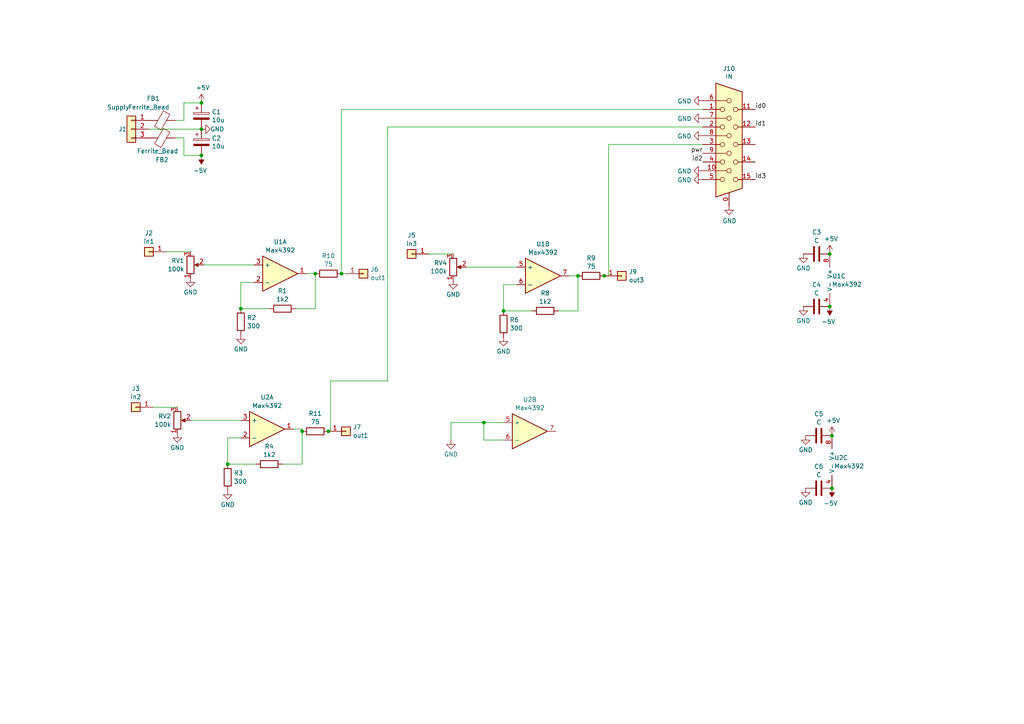
<source format=kicad_sch>
(kicad_sch (version 20250114) (generator "eeschema") (generator_version "9.0")
  (paper "A4")
  (lib_symbols
    (symbol "Connector_Generic:Conn_01x01" (pin_names (offset 1.016) (hide yes))
      (property "Reference" "J" (at 0 2.54 0))
      (property "Value" "Conn_01x01" (at 0 -2.54 0))
      (symbol "Conn_01x01_1_1"
        (rectangle (start -1.27 1.27) (end 1.27 -1.27) (stroke (width 0.254)) (fill (type background)))
        (rectangle (start -1.27 0.127) (end 0 -0.127) (stroke (width 0.1524)))
        (pin passive line (at -5.08 0 0) (length 3.81) (name "Pin_1") (number "1"))
      )
    )
    (symbol "Connector_Generic:Conn_01x03" (pin_names (offset 1.016) (hide yes))
      (property "Reference" "J" (at 0 5.08 0))
      (property "Value" "Conn_01x03" (at 0 -5.08 0))
      (symbol "Conn_01x03_1_1"
        (rectangle (start -1.27 3.81) (end 1.27 -3.81) (stroke (width 0.254)) (fill (type background)))
        (rectangle (start -1.27 2.667) (end 0 2.413) (stroke (width 0.1524)))
        (rectangle (start -1.27 0.127) (end 0 -0.127) (stroke (width 0.1524)))
        (rectangle (start -1.27 -2.413) (end 0 -2.667) (stroke (width 0.1524)))
        (pin passive line (at -5.08 2.54 0) (length 3.81) (name "Pin_1") (number "1"))
        (pin passive line (at -5.08 0 0) (length 3.81) (name "Pin_2") (number "2"))
        (pin passive line (at -5.08 -2.54 0) (length 3.81) (name "Pin_3") (number "3"))
      )
    )
    (symbol "Device:C" (pin_numbers (hide yes)) (pin_names (offset 0.254))
      (property "Reference" "C" (at 0.635 2.54 0))
      (property "Value" "C" (at 0.635 -2.54 0))
      (symbol "C_0_1"
        (polyline (pts (xy -2.032 0.762) (xy 2.032 0.762)) (stroke (width 0.508)))
        (polyline (pts (xy -2.032 -0.762) (xy 2.032 -0.762)) (stroke (width 0.508)))
      )
      (symbol "C_1_1"
        (pin passive line (at 0 3.81 270) (length 2.794) (name "~") (number "1"))
        (pin passive line (at 0 -3.81 90) (length 2.794) (name "~") (number "2"))
      )
    )
    (symbol "Device:CP" (pin_numbers (hide yes)) (pin_names (offset 0.254))
      (property "Reference" "C" (at 0.635 2.54 0))
      (property "Value" "Device_CP" (at 0.635 -2.54 0))
      (symbol "CP_0_1"
        (rectangle (start -2.286 0.508) (end 2.286 1.016))
        (polyline (pts (xy -1.778 2.286) (xy -0.762 2.286)))
        (polyline (pts (xy -1.27 2.794) (xy -1.27 1.778)))
        (rectangle (start 2.286 -0.508) (end -2.286 -1.016) (fill (type outline)))
      )
      (symbol "CP_1_1"
        (pin passive line (at 0 3.81 270) (length 2.794) (name "~") (number "1"))
        (pin passive line (at 0 -3.81 90) (length 2.794) (name "~") (number "2"))
      )
    )
    (symbol "Device:Ferrite_Bead" (pin_numbers (hide yes)) (pin_names (offset 0))
      (property "Reference" "FB" (at -3.81 0.635 90))
      (property "Value" "Device_Ferrite_Bead" (at 3.81 0 90))
      (symbol "Ferrite_Bead_0_1"
        (polyline (pts (xy -2.7686 0.4064) (xy -1.7018 2.2606) (xy 2.7686 -0.3048) (xy 1.6764 -2.159) (xy -2.7686 0.4064)))
        (polyline (pts (xy 0 1.27) (xy 0 1.2954)))
        (polyline (pts (xy 0 -1.27) (xy 0 -1.2192)))
      )
      (symbol "Ferrite_Bead_1_1"
        (pin passive line (at 0 3.81 270) (length 2.54) (name "~") (number "1"))
        (pin passive line (at 0 -3.81 90) (length 2.54) (name "~") (number "2"))
      )
    )
    (symbol "Device:Opamp_Dual"
      (property "Reference" "U" (at 0 5.08 0))
      (property "Value" "Opamp_Dual" (at 0 -5.08 0))
      (symbol "Opamp_Dual_1_1"
        (polyline (pts (xy -5.08 5.08) (xy 5.08 0) (xy -5.08 -5.08) (xy -5.08 5.08)) (stroke (width 0.254)) (fill (type background)))
        (pin input line (at -7.62 2.54 0) (length 2.54) (name "+") (number "3"))
        (pin input line (at -7.62 -2.54 0) (length 2.54) (name "-") (number "2"))
        (pin output line (at 7.62 0 180) (length 2.54) (name "~") (number "1"))
      )
      (symbol "Opamp_Dual_2_1"
        (polyline (pts (xy -5.08 5.08) (xy 5.08 0) (xy -5.08 -5.08) (xy -5.08 5.08)) (stroke (width 0.254)) (fill (type background)))
        (pin input line (at -7.62 2.54 0) (length 2.54) (name "+") (number "5"))
        (pin input line (at -7.62 -2.54 0) (length 2.54) (name "-") (number "6"))
        (pin output line (at 7.62 0 180) (length 2.54) (name "~") (number "7"))
      )
      (symbol "Opamp_Dual_3_1"
        (pin power_in line (at -2.54 7.62 270) (length 3.81) (name "V+") (number "8"))
        (pin power_in line (at -2.54 -7.62 90) (length 3.81) (name "V-") (number "4"))
      )
    )
    (symbol "Device:R" (pin_numbers (hide yes)) (pin_names (offset 0))
      (property "Reference" "R" (at 2.032 0 90))
      (property "Value" "R" (at 0 0 90))
      (symbol "R_0_1"
        (rectangle (start -1.016 -2.54) (end 1.016 2.54) (stroke (width 0.254)))
      )
      (symbol "R_1_1"
        (pin passive line (at 0 3.81 270) (length 1.27) (name "~") (number "1"))
        (pin passive line (at 0 -3.81 90) (length 1.27) (name "~") (number "2"))
      )
    )
    (symbol "Device:R_Potentiometer" (pin_names (offset 1.016) (hide yes))
      (property "Reference" "RV" (at -4.445 0 90))
      (property "Value" "R_Potentiometer" (at -2.54 0 90))
      (symbol "R_Potentiometer_0_1"
        (rectangle (start 1.016 2.54) (end -1.016 -2.54) (stroke (width 0.254)))
        (polyline (pts (xy 1.143 0) (xy 2.286 0.508) (xy 2.286 -0.508) (xy 1.143 0)) (fill (type outline)))
        (polyline (pts (xy 2.54 0) (xy 1.524 0)))
      )
      (symbol "R_Potentiometer_1_1"
        (pin passive line (at 0 3.81 270) (length 1.27) (name "1") (number "1"))
        (pin passive line (at 0 -3.81 90) (length 1.27) (name "3") (number "3"))
        (pin passive line (at 3.81 0 180) (length 1.27) (name "2") (number "2"))
      )
    )
    (symbol "power:+5V" (power) (pin_numbers (hide yes)) (pin_names (offset 0) (hide yes))
      (property "Value" "+5V" (at 0 3.556 0))
      (symbol "+5V_0_1"
        (polyline (pts (xy -0.762 1.27) (xy 0 2.54)))
        (polyline (pts (xy 0 2.54) (xy 0.762 1.27)))
        (polyline (pts (xy 0 0) (xy 0 2.54)))
      )
      (symbol "+5V_1_1"
        (pin power_in line (at 0 0 90) (length 0) (name "~") (number "1"))
      )
    )
    (symbol "power:-5V" (power) (pin_numbers (hide yes)) (pin_names (offset 0) (hide yes))
      (property "Value" "-5V" (at 0 3.556 0))
      (symbol "-5V_0_0"
        (pin power_in line (at 0 0 90) (length 0) (name "~") (number "1"))
      )
      (symbol "-5V_0_1"
        (polyline (pts (xy 0 0) (xy 0 1.27) (xy 0.762 1.27) (xy 0 2.54) (xy -0.762 1.27) (xy 0 1.27)) (fill (type outline)))
      )
    )
    (symbol "power:GND" (power) (pin_numbers (hide yes)) (pin_names (offset 0) (hide yes))
      (property "Value" "GND" (at 0 -3.81 0))
      (symbol "GND_0_1"
        (polyline (pts (xy 0 0) (xy 0 -1.27) (xy 1.27 -1.27) (xy 0 -2.54) (xy -1.27 -1.27) (xy 0 -1.27)))
      )
      (symbol "GND_1_1"
        (pin power_in line (at 0 0 270) (length 0) (name "~") (number "1"))
      )
    )
    (symbol "synkie_symbols:DB15_Female_HighDensity_MountingHoles" (pin_names (offset 1.016) (hide yes))
      (property "Reference" "J" (at 0 21.59 0))
      (property "Value" "synkie_symbols_DB15_Female_HighDensity_MountingHoles" (at 0 19.05 0))
      (symbol "DB15_Female_HighDensity_MountingHoles_0_1"
        (polyline (pts (xy -3.81 17.78) (xy -3.81 -15.24) (xy 3.81 -12.7) (xy 3.81 15.24) (xy -3.81 17.78)) (stroke (width 0.254)) (fill (type background)))
        (polyline (pts (xy -3.175 7.62) (xy -0.635 7.62)))
        (circle (center -1.905 10.16) (radius 0.635))
        (circle (center -1.905 5.08) (radius 0.635))
        (circle (center -1.905 0) (radius 0.635))
        (circle (center -1.905 -5.08) (radius 0.635))
        (circle (center -1.905 -10.16) (radius 0.635))
        (polyline (pts (xy -0.635 12.7) (xy -3.175 12.7)))
        (polyline (pts (xy -0.635 2.54) (xy -3.175 2.54)))
        (polyline (pts (xy -0.635 -2.54) (xy -3.175 -2.54)))
        (polyline (pts (xy -0.635 -7.62) (xy -3.175 -7.62)))
        (circle (center 0 12.7) (radius 0.635))
        (circle (center 0 7.62) (radius 0.635))
        (circle (center 0 2.54) (radius 0.635))
        (circle (center 0 -2.54) (radius 0.635))
        (circle (center 0 -7.62) (radius 0.635))
        (circle (center 1.905 10.16) (radius 0.635))
        (circle (center 1.905 5.08) (radius 0.635))
        (circle (center 1.905 0) (radius 0.635))
        (circle (center 1.905 -5.08) (radius 0.635))
        (circle (center 1.905 -10.16) (radius 0.635))
      )
      (symbol "DB15_Female_HighDensity_MountingHoles_1_1"
        (pin passive line (at -7.62 12.7 0) (length 5.08) (name "~") (number "6"))
        (pin passive line (at -7.62 10.16 0) (length 5.08) (name "~") (number "1"))
        (pin passive line (at -7.62 7.62 0) (length 5.08) (name "~") (number "7"))
        (pin passive line (at -7.62 5.08 0) (length 5.08) (name "~") (number "2"))
        (pin passive line (at -7.62 2.54 0) (length 5.08) (name "~") (number "8"))
        (pin passive line (at -7.62 0 0) (length 5.08) (name "~") (number "3"))
        (pin passive line (at -7.62 -2.54 0) (length 5.08) (name "~") (number "9"))
        (pin passive line (at -7.62 -5.08 0) (length 5.08) (name "~") (number "4"))
        (pin passive line (at -7.62 -7.62 0) (length 5.08) (name "~") (number "10"))
        (pin passive line (at -7.62 -10.16 0) (length 5.08) (name "~") (number "5"))
        (pin passive line (at 0 -17.78 90) (length 3.81) (name "~") (number "0"))
        (pin passive line (at 7.62 10.16 180) (length 5.08) (name "~") (number "11"))
        (pin passive line (at 7.62 5.08 180) (length 5.08) (name "~") (number "12"))
        (pin passive line (at 7.62 0 180) (length 5.08) (name "~") (number "13"))
        (pin passive line (at 7.62 -5.08 180) (length 5.08) (name "~") (number "14"))
        (pin passive line (at 7.62 -10.16 180) (length 5.08) (name "~") (number "15"))
      )
    )
  )
  (junction (at 167.64 80.01))
  (junction (at 95.25 125.095))
  (junction (at 87.63 125.095))
  (junction (at 91.44 79.375))
  (junction (at 58.42 45.085))
  (junction (at 240.665 88.9))
  (junction (at 99.06 79.375))
  (junction (at 240.665 73.66))
  (junction (at 146.05 90.17))
  (junction (at 58.42 29.845))
  (junction (at 69.85 89.535))
  (junction (at 241.3 126.365))
  (junction (at 175.26 80.01))
  (junction (at 66.04 134.62))
  (junction (at 58.42 37.465))
  (junction (at 140.335 122.555))
  (junction (at 241.3 141.605))
  (wire (pts (xy 175.26 80.01) (xy 176.53 80.01)))
  (wire (pts (xy 69.85 81.915) (xy 73.66 81.915)))
  (wire (pts (xy 100.33 79.375) (xy 99.06 79.375)))
  (wire (pts (xy 161.925 90.17) (xy 167.64 90.17)))
  (wire (pts (xy 53.34 40.005) (xy 53.34 45.085)))
  (wire (pts (xy 53.34 34.925) (xy 53.34 29.845)))
  (wire (pts (xy 87.63 124.46) (xy 85.09 124.46)))
  (wire (pts (xy 69.85 89.535) (xy 69.85 81.915)))
  (wire (pts (xy 176.53 41.91) (xy 176.53 80.01)))
  (wire (pts (xy 53.34 45.085) (xy 58.42 45.085)))
  (wire (pts (xy 66.04 127) (xy 69.85 127)))
  (wire (pts (xy 154.305 90.17) (xy 146.05 90.17)))
  (wire (pts (xy 203.835 36.83) (xy 112.395 36.83)))
  (wire (pts (xy 124.46 73.66) (xy 131.445 73.66)))
  (wire (pts (xy 135.255 77.47) (xy 149.86 77.47)))
  (wire (pts (xy 217.805 46.99) (xy 219.075 46.99)))
  (wire (pts (xy 53.34 29.845) (xy 58.42 29.845)))
  (wire (pts (xy 91.44 79.375) (xy 88.9 79.375)))
  (wire (pts (xy 55.245 121.92) (xy 69.85 121.92)))
  (wire (pts (xy 99.06 31.75) (xy 203.835 31.75)))
  (wire (pts (xy 48.26 73.025) (xy 55.245 73.025)))
  (wire (pts (xy 112.395 110.49) (xy 95.885 110.49)))
  (wire (pts (xy 81.915 134.62) (xy 87.63 134.62)))
  (wire (pts (xy 44.45 118.11) (xy 51.435 118.11)))
  (wire (pts (xy 85.725 89.535) (xy 91.44 89.535)))
  (wire (pts (xy 146.05 90.17) (xy 146.05 82.55)))
  (wire (pts (xy 78.105 89.535) (xy 69.85 89.535)))
  (wire (pts (xy 43.18 37.465) (xy 58.42 37.465)))
  (wire (pts (xy 167.64 90.17) (xy 167.64 80.01)))
  (wire (pts (xy 130.81 122.555) (xy 130.81 127.635)))
  (wire (pts (xy 50.8 34.925) (xy 53.34 34.925)))
  (wire (pts (xy 167.64 80.01) (xy 165.1 80.01)))
  (wire (pts (xy 146.05 82.55) (xy 149.86 82.55)))
  (wire (pts (xy 87.63 125.095) (xy 87.63 124.46)))
  (wire (pts (xy 50.8 40.005) (xy 53.34 40.005)))
  (wire (pts (xy 146.05 127.635) (xy 140.335 127.635)))
  (wire (pts (xy 99.06 79.375) (xy 99.06 31.75)))
  (wire (pts (xy 203.835 41.91) (xy 176.53 41.91)))
  (wire (pts (xy 112.395 36.83) (xy 112.395 110.49)))
  (wire (pts (xy 140.335 127.635) (xy 140.335 122.555)))
  (wire (pts (xy 95.885 125.095) (xy 95.25 125.095)))
  (wire (pts (xy 87.63 134.62) (xy 87.63 125.095)))
  (wire (pts (xy 59.055 76.835) (xy 73.66 76.835)))
  (wire (pts (xy 91.44 89.535) (xy 91.44 79.375)))
  (wire (pts (xy 74.295 134.62) (xy 66.04 134.62)))
  (wire (pts (xy 146.05 122.555) (xy 140.335 122.555)))
  (wire (pts (xy 95.885 110.49) (xy 95.885 125.095)))
  (wire (pts (xy 66.04 134.62) (xy 66.04 127)))
  (wire (pts (xy 140.335 122.555) (xy 130.81 122.555)))
  (label "id0" (at 219.075 31.75 0))
  (label "pwr" (at 203.835 44.45 180))
  (label "id2" (at 203.835 46.99 180))
  (label "id3" (at 219.075 52.07 0))
  (label "id1" (at 219.075 36.83 0))
  (symbol (lib_id "power:GND") (at 211.455 59.69 0) (unit 1)
    (property "Reference" "#PWR0212" (effects (hide yes)))
    (property "Value" "GND" (at 211.582 64.0842 0))
  )
  (symbol (lib_id "power:GND") (at 203.835 29.21 270) (unit 1)
    (property "Reference" "#PWR0219" (effects (hide yes)))
    (property "Value" "GND" (at 200.5838 29.337 90) (effects (justify right)))
  )
  (symbol (lib_id "power:GND") (at 203.835 34.29 270) (unit 1)
    (property "Reference" "#PWR0220" (effects (hide yes)))
    (property "Value" "GND" (at 200.5838 34.417 90) (effects (justify right)))
  )
  (symbol (lib_id "power:GND") (at 203.835 39.37 270) (unit 1)
    (property "Reference" "#PWR0221" (effects (hide yes)))
    (property "Value" "GND" (at 200.5838 39.497 90) (effects (justify right)))
  )
  (symbol (lib_id "power:GND") (at 203.835 52.07 270) (unit 1)
    (property "Reference" "#PWR0222" (effects (hide yes)))
    (property "Value" "GND" (at 200.5838 52.197 90) (effects (justify right)))
  )
  (symbol (lib_id "power:GND") (at 203.835 49.53 270) (unit 1)
    (property "Reference" "#PWR0227" (effects (hide yes)))
    (property "Value" "GND" (at 200.5838 49.657 90) (effects (justify right)))
  )
  (symbol (lib_id "Device:R") (at 91.44 125.095 270) (unit 1)
    (property "Reference" "R11" (at 91.44 119.9345 90))
    (property "Value" "75" (at 91.44 122.3588 90))
    (property "Footprint" "synkie_footprints:R_0805_2012Metric_Pad1.15x1.40mm_HandSolder" (effects (hide yes)))
    (property "Description" "Resistor" (effects (hide yes)))
  )
  (symbol (lib_id "power:GND") (at 233.045 73.66 0) (unit 1)
    (property "Reference" "#PWR012" (effects (hide yes)))
    (property "Value" "GND" (at 233.045 77.7931 0))
    (property "Description" "Power symbol creates a global label with name \"GND\" , ground" (effects (hide yes)))
  )
  (symbol (lib_id "power:GND") (at 131.445 81.28 0) (unit 1)
    (property "Reference" "#PWR09" (effects (hide yes)))
    (property "Value" "GND" (at 131.445 85.4131 0))
    (property "Description" "Power symbol creates a global label with name \"GND\" , ground" (effects (hide yes)))
  )
  (symbol (lib_id "Device:R") (at 66.04 138.43 0) (unit 1)
    (property "Reference" "R3" (at 67.818 137.2178 0) (effects (justify left)))
    (property "Value" "300" (at 67.818 139.6421 0) (effects (justify left)))
    (property "Footprint" "synkie_footprints:R_0805_2012Metric_Pad1.15x1.40mm_HandSolder" (effects (hide yes)))
    (property "Description" "Resistor" (effects (hide yes)))
  )
  (symbol (lib_id "power:-5V") (at 58.42 45.085 180) (unit 1)
    (property "Reference" "#PWR03" (effects (hide yes)))
    (property "Value" "-5V" (at 58.039 49.4792 0))
  )
  (symbol (lib_id "Connector_Generic:Conn_01x01") (at 105.41 79.375 0) (unit 1)
    (property "Reference" "J6" (at 107.442 78.1628 0) (effects (justify left)))
    (property "Value" "out1" (at 107.442 80.5871 0) (effects (justify left)))
    (property "Footprint" "synkie_footprints:Solderpad-SYNKIEPAD-2mm" (effects (hide yes)))
    (property "Description" "Generic connector, single row, 01x01, script generated (kicad-library-utils/schlib/autogen/connector/)" (effects (hide yes)))
  )
  (symbol (lib_id "Device:C") (at 236.855 88.9 90) (unit 1)
    (property "Reference" "C4" (at 236.855 82.5965 90))
    (property "Value" "C" (at 236.855 85.0208 90))
    (property "Footprint" "Capacitor_SMD:C_0603_1608Metric_Pad1.08x0.95mm_HandSolder" (effects (hide yes)))
    (property "Description" "Unpolarized capacitor" (effects (hide yes)))
  )
  (symbol (lib_id "Device:C") (at 237.49 141.605 90) (unit 1)
    (property "Reference" "C6" (at 237.49 135.3015 90))
    (property "Value" "C" (at 237.49 137.7258 90))
    (property "Footprint" "Capacitor_SMD:C_0603_1608Metric_Pad1.08x0.95mm_HandSolder" (effects (hide yes)))
    (property "Description" "Unpolarized capacitor" (effects (hide yes)))
  )
  (symbol (lib_id "power:-5V") (at 240.665 88.9 180) (unit 1)
    (property "Reference" "#PWR015" (effects (hide yes)))
    (property "Value" "-5V" (at 240.284 93.2942 0))
  )
  (symbol (lib_id "Device:C") (at 237.49 126.365 90) (unit 1)
    (property "Reference" "C5" (at 237.49 120.0615 90))
    (property "Value" "C" (at 237.49 122.4858 90))
    (property "Footprint" "Capacitor_SMD:C_0603_1608Metric_Pad1.08x0.95mm_HandSolder" (effects (hide yes)))
    (property "Description" "Unpolarized capacitor" (effects (hide yes)))
  )
  (symbol (lib_id "Device:R") (at 69.85 93.345 0) (unit 1)
    (property "Reference" "R2" (at 71.628 92.1328 0) (effects (justify left)))
    (property "Value" "300" (at 71.628 94.5571 0) (effects (justify left)))
    (property "Footprint" "synkie_footprints:R_0805_2012Metric_Pad1.15x1.40mm_HandSolder" (effects (hide yes)))
    (property "Description" "Resistor" (effects (hide yes)))
  )
  (symbol (lib_id "Device:Ferrite_Bead") (at 46.99 40.005 270) (unit 1)
    (property "Reference" "FB2" (at 46.99 46.355 90))
    (property "Value" "Ferrite_Bead" (at 45.72 43.815 90))
    (property "Footprint" "Inductor_SMD:L_0805_2012Metric_Pad1.05x1.20mm_HandSolder" (effects (hide yes)))
  )
  (symbol (lib_id "Device:Opamp_Dual") (at 157.48 80.01 0) (unit 2)
    (property "Reference" "U1" (at 157.48 70.7855 0))
    (property "Value" "Max4392" (at 157.48 73.2098 0))
    (property "Footprint" "synkie_footprints:SOIC-8_3.9x4.9mm_P1.27mm" (effects (hide yes)))
    (property "Description" "Dual operational amplifier" (effects (hide yes)))
    (property "Sim.Library" "${KICAD9_SYMBOL_DIR}/Simulation_SPICE.sp" (effects (hide yes)))
    (property "Sim.Name" "kicad_builtin_opamp_dual" (effects (hide yes)))
    (property "Sim.Device" "SUBCKT" (effects (hide yes)))
    (property "Sim.Pins" "1=out1 2=in1- 3=in1+ 4=vee 5=in2+ 6=in2- 7=out2 8=vcc" (effects (hide yes)))
  )
  (symbol (lib_id "Device:Opamp_Dual") (at 77.47 124.46 0) (unit 1)
    (property "Reference" "U2" (at 77.47 115.2355 0))
    (property "Value" "Max4392" (at 77.47 117.6598 0))
    (property "Footprint" "synkie_footprints:SOIC-8_3.9x4.9mm_P1.27mm" (effects (hide yes)))
    (property "Description" "Dual operational amplifier" (effects (hide yes)))
    (property "Sim.Library" "${KICAD9_SYMBOL_DIR}/Simulation_SPICE.sp" (effects (hide yes)))
    (property "Sim.Name" "kicad_builtin_opamp_dual" (effects (hide yes)))
    (property "Sim.Device" "SUBCKT" (effects (hide yes)))
    (property "Sim.Pins" "1=out1 2=in1- 3=in1+ 4=vee 5=in2+ 6=in2- 7=out2 8=vcc" (effects (hide yes)))
  )
  (symbol (lib_id "power:+5V") (at 240.665 73.66 0) (unit 1)
    (property "Reference" "#PWR013" (effects (hide yes)))
    (property "Value" "+5V" (at 241.046 69.2658 0))
  )
  (symbol (lib_id "power:+5V") (at 241.3 126.365 0) (unit 1)
    (property "Reference" "#PWR018" (effects (hide yes)))
    (property "Value" "+5V" (at 241.681 121.9708 0))
  )
  (symbol (lib_id "Device:CP") (at 58.42 41.275 0) (unit 1)
    (property "Reference" "C2" (at 61.4172 40.1066 0) (effects (justify left)))
    (property "Value" "10u" (at 61.4172 42.418 0) (effects (justify left)))
    (property "Footprint" "Capacitor_Tantalum_SMD:CP_EIA-3528-21_Kemet-B" (effects (hide yes)))
  )
  (symbol (lib_id "power:-5V") (at 241.3 141.605 180) (unit 1)
    (property "Reference" "#PWR019" (effects (hide yes)))
    (property "Value" "-5V" (at 240.919 145.9992 0))
  )
  (symbol (lib_id "power:GND") (at 146.05 97.79 0) (unit 1)
    (property "Reference" "#PWR011" (effects (hide yes)))
    (property "Value" "GND" (at 146.05 101.9231 0))
    (property "Description" "Power symbol creates a global label with name \"GND\" , ground" (effects (hide yes)))
  )
  (symbol (lib_id "Connector_Generic:Conn_01x01") (at 119.38 73.66 180) (unit 1)
    (property "Reference" "J5" (at 119.38 68.2455 0))
    (property "Value" "in3" (at 119.38 70.6698 0))
    (property "Footprint" "synkie_footprints:Solderpad-SYNKIEPAD-2mm" (effects (hide yes)))
    (property "Description" "Generic connector, single row, 01x01, script generated (kicad-library-utils/schlib/autogen/connector/)" (effects (hide yes)))
  )
  (symbol (lib_id "Device:R") (at 78.105 134.62 270) (unit 1)
    (property "Reference" "R4" (at 78.105 129.4595 90))
    (property "Value" "1k2" (at 78.105 131.8838 90))
    (property "Footprint" "synkie_footprints:R_0805_2012Metric_Pad1.15x1.40mm_HandSolder" (effects (hide yes)))
    (property "Description" "Resistor" (effects (hide yes)))
  )
  (symbol (lib_id "Device:Ferrite_Bead") (at 46.99 34.925 270) (unit 1)
    (property "Reference" "FB1" (at 44.45 28.575 90))
    (property "Value" "Ferrite_Bead" (at 43.18 31.115 90))
    (property "Footprint" "Inductor_SMD:L_0805_2012Metric_Pad1.05x1.20mm_HandSolder" (effects (hide yes)))
  )
  (symbol (lib_id "Connector_Generic:Conn_01x01") (at 39.37 118.11 180) (unit 1)
    (property "Reference" "J3" (at 39.37 112.6955 0))
    (property "Value" "in2" (at 39.37 115.1198 0))
    (property "Footprint" "synkie_footprints:Solderpad-SYNKIEPAD-2mm" (effects (hide yes)))
    (property "Description" "Generic connector, single row, 01x01, script generated (kicad-library-utils/schlib/autogen/connector/)" (effects (hide yes)))
  )
  (symbol (lib_id "power:GND") (at 66.04 142.24 0) (unit 1)
    (property "Reference" "#PWR07" (effects (hide yes)))
    (property "Value" "GND" (at 66.04 146.3731 0))
    (property "Description" "Power symbol creates a global label with name \"GND\" , ground" (effects (hide yes)))
  )
  (symbol (lib_id "Device:R_Potentiometer") (at 51.435 121.92 0) (mirror x) (unit 1)
    (property "Reference" "RV2" (at 49.657 120.7078 0) (effects (justify right)))
    (property "Value" "100k" (at 49.657 123.1321 0) (effects (justify right)))
    (property "Footprint" "synkie_footprints:Potentiometer_Uwe_100k" (effects (hide yes)))
    (property "Description" "Potentiometer" (effects (hide yes)))
  )
  (symbol (lib_id "Connector_Generic:Conn_01x01") (at 43.18 73.025 180) (unit 1)
    (property "Reference" "J2" (at 43.18 67.6105 0))
    (property "Value" "in1" (at 43.18 70.0348 0))
    (property "Footprint" "synkie_footprints:Solderpad-SYNKIEPAD-2mm" (effects (hide yes)))
    (property "Description" "Generic connector, single row, 01x01, script generated (kicad-library-utils/schlib/autogen/connector/)" (effects (hide yes)))
  )
  (symbol (lib_id "power:GND") (at 55.245 80.645 0) (unit 1)
    (property "Reference" "#PWR04" (effects (hide yes)))
    (property "Value" "GND" (at 55.245 84.7781 0))
    (property "Description" "Power symbol creates a global label with name \"GND\" , ground" (effects (hide yes)))
  )
  (symbol (lib_id "Device:CP") (at 58.42 33.655 0) (unit 1)
    (property "Reference" "C1" (at 61.4172 32.4866 0) (effects (justify left)))
    (property "Value" "10u" (at 61.4172 34.798 0) (effects (justify left)))
    (property "Footprint" "Capacitor_Tantalum_SMD:CP_EIA-3528-21_Kemet-B" (effects (hide yes)))
  )
  (symbol (lib_id "Connector_Generic:Conn_01x01") (at 180.34 80.01 0) (unit 1)
    (property "Reference" "J9" (at 182.372 78.7978 0) (effects (justify left)))
    (property "Value" "out3" (at 182.372 81.2221 0) (effects (justify left)))
    (property "Footprint" "synkie_footprints:Solderpad-SYNKIEPAD-2mm" (effects (hide yes)))
    (property "Description" "Generic connector, single row, 01x01, script generated (kicad-library-utils/schlib/autogen/connector/)" (effects (hide yes)))
  )
  (symbol (lib_id "power:GND") (at 51.435 125.73 0) (unit 1)
    (property "Reference" "#PWR06" (effects (hide yes)))
    (property "Value" "GND" (at 51.435 129.8631 0))
    (property "Description" "Power symbol creates a global label with name \"GND\" , ground" (effects (hide yes)))
  )
  (symbol (lib_id "Device:Opamp_Dual") (at 153.67 125.095 0) (unit 2)
    (property "Reference" "U2" (at 153.67 115.8705 0))
    (property "Value" "Max4392" (at 153.67 118.2948 0))
    (property "Footprint" "synkie_footprints:SOIC-8_3.9x4.9mm_P1.27mm" (effects (hide yes)))
    (property "Description" "Dual operational amplifier" (effects (hide yes)))
    (property "Sim.Library" "${KICAD9_SYMBOL_DIR}/Simulation_SPICE.sp" (effects (hide yes)))
    (property "Sim.Name" "kicad_builtin_opamp_dual" (effects (hide yes)))
    (property "Sim.Device" "SUBCKT" (effects (hide yes)))
    (property "Sim.Pins" "1=out1 2=in1- 3=in1+ 4=vee 5=in2+ 6=in2- 7=out2 8=vcc" (effects (hide yes)))
  )
  (symbol (lib_id "power:GND") (at 130.81 127.635 0) (unit 1)
    (property "Reference" "#PWR08" (effects (hide yes)))
    (property "Value" "GND" (at 130.81 131.7681 0))
    (property "Description" "Power symbol creates a global label with name \"GND\" , ground" (effects (hide yes)))
  )
  (symbol (lib_id "power:GND") (at 69.85 97.155 0) (unit 1)
    (property "Reference" "#PWR05" (effects (hide yes)))
    (property "Value" "GND" (at 69.85 101.2881 0))
    (property "Description" "Power symbol creates a global label with name \"GND\" , ground" (effects (hide yes)))
  )
  (symbol (lib_id "power:+5V") (at 58.42 29.845 0) (unit 1)
    (property "Reference" "#PWR01" (effects (hide yes)))
    (property "Value" "+5V" (at 58.801 25.4508 0))
  )
  (symbol (lib_id "Connector_Generic:Conn_01x01") (at 100.33 125.095 0) (unit 1)
    (property "Reference" "J7" (at 102.362 123.8828 0) (effects (justify left)))
    (property "Value" "out1" (at 102.362 126.3071 0) (effects (justify left)))
    (property "Footprint" "synkie_footprints:Solderpad-SYNKIEPAD-2mm" (effects (hide yes)))
    (property "Description" "Generic connector, single row, 01x01, script generated (kicad-library-utils/schlib/autogen/connector/)" (effects (hide yes)))
  )
  (symbol (lib_id "Device:R_Potentiometer") (at 131.445 77.47 0) (mirror x) (unit 1)
    (property "Reference" "RV4" (at 129.667 76.2578 0) (effects (justify right)))
    (property "Value" "100k" (at 129.667 78.6821 0) (effects (justify right)))
    (property "Footprint" "synkie_footprints:Potentiometer_Uwe_100k" (effects (hide yes)))
    (property "Description" "Potentiometer" (effects (hide yes)))
  )
  (symbol (lib_id "synkie_symbols:DB15_Female_HighDensity_MountingHoles") (at 211.455 41.91 0) (unit 1)
    (property "Reference" "J10" (at 211.455 19.8882 0))
    (property "Value" "IN" (at 211.455 22.1996 0))
    (property "Footprint" "synkie_footprints:DSUB-15-HD_Female_FCI" (effects (hide yes)))
  )
  (symbol (lib_id "power:GND") (at 58.42 37.465 90) (unit 1)
    (property "Reference" "#PWR02" (effects (hide yes)))
    (property "Value" "GND" (at 60.96 37.465 90) (effects (justify right)))
  )
  (symbol (lib_id "Device:R") (at 171.45 80.01 270) (unit 1)
    (property "Reference" "R9" (at 171.45 74.8495 90))
    (property "Value" "75" (at 171.45 77.2738 90))
    (property "Footprint" "synkie_footprints:R_0805_2012Metric_Pad1.15x1.40mm_HandSolder" (effects (hide yes)))
    (property "Description" "Resistor" (effects (hide yes)))
  )
  (symbol (lib_id "Device:R_Potentiometer") (at 55.245 76.835 0) (mirror x) (unit 1)
    (property "Reference" "RV1" (at 53.467 75.6228 0) (effects (justify right)))
    (property "Value" "100k" (at 53.467 78.0471 0) (effects (justify right)))
    (property "Footprint" "synkie_footprints:Potentiometer_Uwe_100k" (effects (hide yes)))
    (property "Description" "Potentiometer" (effects (hide yes)))
  )
  (symbol (lib_id "Device:R") (at 81.915 89.535 270) (unit 1)
    (property "Reference" "R1" (at 81.915 84.3745 90))
    (property "Value" "1k2" (at 81.915 86.7988 90))
    (property "Footprint" "synkie_footprints:R_0805_2012Metric_Pad1.15x1.40mm_HandSolder" (effects (hide yes)))
    (property "Description" "Resistor" (effects (hide yes)))
  )
  (symbol (lib_id "Device:Opamp_Dual") (at 81.28 79.375 0) (unit 1)
    (property "Reference" "U1" (at 81.28 70.1505 0))
    (property "Value" "Max4392" (at 81.28 72.5748 0))
    (property "Footprint" "synkie_footprints:SOIC-8_3.9x4.9mm_P1.27mm" (effects (hide yes)))
    (property "Description" "Dual operational amplifier" (effects (hide yes)))
    (property "Sim.Library" "${KICAD9_SYMBOL_DIR}/Simulation_SPICE.sp" (effects (hide yes)))
    (property "Sim.Name" "kicad_builtin_opamp_dual" (effects (hide yes)))
    (property "Sim.Device" "SUBCKT" (effects (hide yes)))
    (property "Sim.Pins" "1=out1 2=in1- 3=in1+ 4=vee 5=in2+ 6=in2- 7=out2 8=vcc" (effects (hide yes)))
  )
  (symbol (lib_id "Device:C") (at 236.855 73.66 90) (unit 1)
    (property "Reference" "C3" (at 236.855 67.3565 90))
    (property "Value" "C" (at 236.855 69.7808 90))
    (property "Footprint" "Capacitor_SMD:C_0603_1608Metric_Pad1.08x0.95mm_HandSolder" (effects (hide yes)))
    (property "Description" "Unpolarized capacitor" (effects (hide yes)))
  )
  (symbol (lib_id "Device:R") (at 95.25 79.375 270) (unit 1)
    (property "Reference" "R10" (at 95.25 74.2145 90))
    (property "Value" "75" (at 95.25 76.6388 90))
    (property "Footprint" "synkie_footprints:R_0805_2012Metric_Pad1.15x1.40mm_HandSolder" (effects (hide yes)))
    (property "Description" "Resistor" (effects (hide yes)))
  )
  (symbol (lib_id "Device:Opamp_Dual") (at 243.205 81.28 0) (unit 3)
    (property "Reference" "U1" (at 241.3 80.0678 0) (effects (justify left)))
    (property "Value" "Max4392" (at 241.3 82.4921 0) (effects (justify left)))
    (property "Footprint" "synkie_footprints:SOIC-8_3.9x4.9mm_P1.27mm" (effects (hide yes)))
    (property "Description" "Dual operational amplifier" (effects (hide yes)))
    (property "Sim.Library" "${KICAD9_SYMBOL_DIR}/Simulation_SPICE.sp" (effects (hide yes)))
    (property "Sim.Name" "kicad_builtin_opamp_dual" (effects (hide yes)))
    (property "Sim.Device" "SUBCKT" (effects (hide yes)))
    (property "Sim.Pins" "1=out1 2=in1- 3=in1+ 4=vee 5=in2+ 6=in2- 7=out2 8=vcc" (effects (hide yes)))
  )
  (symbol (lib_id "power:GND") (at 233.68 141.605 0) (unit 1)
    (property "Reference" "#PWR017" (effects (hide yes)))
    (property "Value" "GND" (at 233.68 145.7381 0))
    (property "Description" "Power symbol creates a global label with name \"GND\" , ground" (effects (hide yes)))
  )
  (symbol (lib_id "Device:Opamp_Dual") (at 243.84 133.985 0) (unit 3)
    (property "Reference" "U2" (at 241.935 132.7728 0) (effects (justify left)))
    (property "Value" "Max4392" (at 241.935 135.1971 0) (effects (justify left)))
    (property "Footprint" "synkie_footprints:SOIC-8_3.9x4.9mm_P1.27mm" (effects (hide yes)))
    (property "Description" "Dual operational amplifier" (effects (hide yes)))
    (property "Sim.Library" "${KICAD9_SYMBOL_DIR}/Simulation_SPICE.sp" (effects (hide yes)))
    (property "Sim.Name" "kicad_builtin_opamp_dual" (effects (hide yes)))
    (property "Sim.Device" "SUBCKT" (effects (hide yes)))
    (property "Sim.Pins" "1=out1 2=in1- 3=in1+ 4=vee 5=in2+ 6=in2- 7=out2 8=vcc" (effects (hide yes)))
  )
  (symbol (lib_id "Connector_Generic:Conn_01x03") (at 38.1 37.465 0) (mirror y) (unit 1)
    (property "Reference" "J1" (at 35.56 37.465 0))
    (property "Value" "Supply" (at 34.29 31.115 0))
    (property "Footprint" "Connector_PinHeader_2.54mm:PinHeader_1x03_P2.54mm_Vertical" (effects (hide yes)))
  )
  (symbol (lib_id "Device:R") (at 146.05 93.98 0) (unit 1)
    (property "Reference" "R6" (at 147.828 92.7678 0) (effects (justify left)))
    (property "Value" "300" (at 147.828 95.1921 0) (effects (justify left)))
    (property "Footprint" "synkie_footprints:R_0805_2012Metric_Pad1.15x1.40mm_HandSolder" (effects (hide yes)))
    (property "Description" "Resistor" (effects (hide yes)))
  )
  (symbol (lib_id "power:GND") (at 233.68 126.365 0) (unit 1)
    (property "Reference" "#PWR016" (effects (hide yes)))
    (property "Value" "GND" (at 233.68 130.4981 0))
    (property "Description" "Power symbol creates a global label with name \"GND\" , ground" (effects (hide yes)))
  )
  (symbol (lib_id "power:GND") (at 233.045 88.9 0) (unit 1)
    (property "Reference" "#PWR014" (effects (hide yes)))
    (property "Value" "GND" (at 233.045 93.0331 0))
    (property "Description" "Power symbol creates a global label with name \"GND\" , ground" (effects (hide yes)))
  )
  (symbol (lib_id "Device:R") (at 158.115 90.17 270) (unit 1)
    (property "Reference" "R8" (at 158.115 85.0095 90))
    (property "Value" "1k2" (at 158.115 87.4338 90))
    (property "Footprint" "synkie_footprints:R_0805_2012Metric_Pad1.15x1.40mm_HandSolder" (effects (hide yes)))
    (property "Description" "Resistor" (effects (hide yes)))
  )
)
</source>
